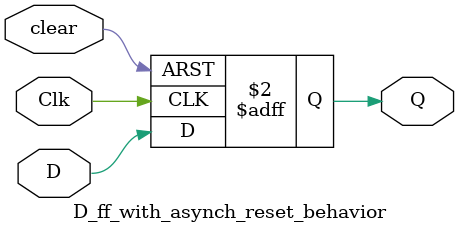
<source format=v>
`timescale 1ns / 1ps


module main(

    );
endmodule

module D_ff_with_synch_reset_behavior(input D, input Clk, input reset, output
reg Q);
    always @(posedge Clk)
    if (reset)
    begin
        Q <= 1'b0;
    end else
    begin
        Q <= D;
    end
endmodule

module D_ff_with_asynch_reset_behavior(input D, input Clk, input clear,
output reg Q);
    always @(posedge Clk or posedge clear)
    if (clear)
    begin
        Q <= 1'b0;
    end else
    begin
        Q <= D;
    end
endmodule
</source>
